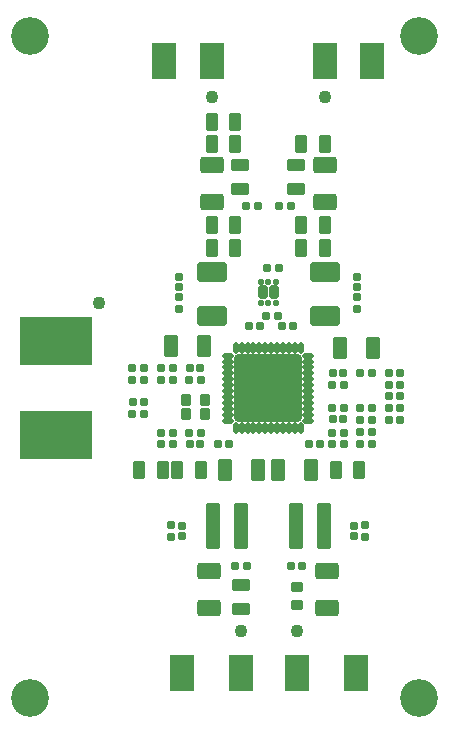
<source format=gts>
G04*
G04 #@! TF.GenerationSoftware,Altium Limited,Altium Designer,21.2.1 (34)*
G04*
G04 Layer_Color=8388736*
%FSTAX24Y24*%
%MOIN*%
G70*
G04*
G04 #@! TF.SameCoordinates,7A998B52-B5E4-4745-A7E4-E824AC8E6B76*
G04*
G04*
G04 #@! TF.FilePolarity,Negative*
G04*
G01*
G75*
G04:AMPARAMS|DCode=31|XSize=45.3mil|YSize=74.8mil|CornerRadius=6.1mil|HoleSize=0mil|Usage=FLASHONLY|Rotation=0.000|XOffset=0mil|YOffset=0mil|HoleType=Round|Shape=RoundedRectangle|*
%AMROUNDEDRECTD31*
21,1,0.0453,0.0626,0,0,0.0*
21,1,0.0331,0.0748,0,0,0.0*
1,1,0.0122,0.0165,-0.0313*
1,1,0.0122,-0.0165,-0.0313*
1,1,0.0122,-0.0165,0.0313*
1,1,0.0122,0.0165,0.0313*
%
%ADD31ROUNDEDRECTD31*%
G04:AMPARAMS|DCode=32|XSize=41.3mil|YSize=35.4mil|CornerRadius=5.1mil|HoleSize=0mil|Usage=FLASHONLY|Rotation=0.000|XOffset=0mil|YOffset=0mil|HoleType=Round|Shape=RoundedRectangle|*
%AMROUNDEDRECTD32*
21,1,0.0413,0.0252,0,0,0.0*
21,1,0.0311,0.0354,0,0,0.0*
1,1,0.0102,0.0156,-0.0126*
1,1,0.0102,-0.0156,-0.0126*
1,1,0.0102,-0.0156,0.0126*
1,1,0.0102,0.0156,0.0126*
%
%ADD32ROUNDEDRECTD32*%
G04:AMPARAMS|DCode=33|XSize=59.1mil|YSize=39.4mil|CornerRadius=5.5mil|HoleSize=0mil|Usage=FLASHONLY|Rotation=90.000|XOffset=0mil|YOffset=0mil|HoleType=Round|Shape=RoundedRectangle|*
%AMROUNDEDRECTD33*
21,1,0.0591,0.0283,0,0,90.0*
21,1,0.0480,0.0394,0,0,90.0*
1,1,0.0110,0.0142,0.0240*
1,1,0.0110,0.0142,-0.0240*
1,1,0.0110,-0.0142,-0.0240*
1,1,0.0110,-0.0142,0.0240*
%
%ADD33ROUNDEDRECTD33*%
G04:AMPARAMS|DCode=34|XSize=27.6mil|YSize=23.6mil|CornerRadius=4.9mil|HoleSize=0mil|Usage=FLASHONLY|Rotation=0.000|XOffset=0mil|YOffset=0mil|HoleType=Round|Shape=RoundedRectangle|*
%AMROUNDEDRECTD34*
21,1,0.0276,0.0138,0,0,0.0*
21,1,0.0177,0.0236,0,0,0.0*
1,1,0.0098,0.0089,-0.0069*
1,1,0.0098,-0.0089,-0.0069*
1,1,0.0098,-0.0089,0.0069*
1,1,0.0098,0.0089,0.0069*
%
%ADD34ROUNDEDRECTD34*%
G04:AMPARAMS|DCode=35|XSize=78.9mil|YSize=53.3mil|CornerRadius=8.5mil|HoleSize=0mil|Usage=FLASHONLY|Rotation=0.000|XOffset=0mil|YOffset=0mil|HoleType=Round|Shape=RoundedRectangle|*
%AMROUNDEDRECTD35*
21,1,0.0789,0.0362,0,0,0.0*
21,1,0.0618,0.0533,0,0,0.0*
1,1,0.0171,0.0309,-0.0181*
1,1,0.0171,-0.0309,-0.0181*
1,1,0.0171,-0.0309,0.0181*
1,1,0.0171,0.0309,0.0181*
%
%ADD35ROUNDEDRECTD35*%
G04:AMPARAMS|DCode=36|XSize=100.5mil|YSize=65.1mil|CornerRadius=8.9mil|HoleSize=0mil|Usage=FLASHONLY|Rotation=180.000|XOffset=0mil|YOffset=0mil|HoleType=Round|Shape=RoundedRectangle|*
%AMROUNDEDRECTD36*
21,1,0.1005,0.0472,0,0,180.0*
21,1,0.0827,0.0651,0,0,180.0*
1,1,0.0178,-0.0413,0.0236*
1,1,0.0178,0.0413,0.0236*
1,1,0.0178,0.0413,-0.0236*
1,1,0.0178,-0.0413,-0.0236*
%
%ADD36ROUNDEDRECTD36*%
G04:AMPARAMS|DCode=37|XSize=46.6mil|YSize=153.7mil|CornerRadius=7.9mil|HoleSize=0mil|Usage=FLASHONLY|Rotation=0.000|XOffset=0mil|YOffset=0mil|HoleType=Round|Shape=RoundedRectangle|*
%AMROUNDEDRECTD37*
21,1,0.0466,0.1380,0,0,0.0*
21,1,0.0309,0.1537,0,0,0.0*
1,1,0.0157,0.0154,-0.0690*
1,1,0.0157,-0.0154,-0.0690*
1,1,0.0157,-0.0154,0.0690*
1,1,0.0157,0.0154,0.0690*
%
%ADD37ROUNDEDRECTD37*%
G04:AMPARAMS|DCode=38|XSize=17.8mil|YSize=18.8mil|CornerRadius=4.2mil|HoleSize=0mil|Usage=FLASHONLY|Rotation=180.000|XOffset=0mil|YOffset=0mil|HoleType=Round|Shape=RoundedRectangle|*
%AMROUNDEDRECTD38*
21,1,0.0178,0.0104,0,0,180.0*
21,1,0.0094,0.0188,0,0,180.0*
1,1,0.0084,-0.0047,0.0052*
1,1,0.0084,0.0047,0.0052*
1,1,0.0084,0.0047,-0.0052*
1,1,0.0084,-0.0047,-0.0052*
%
%ADD38ROUNDEDRECTD38*%
G04:AMPARAMS|DCode=39|XSize=30.1mil|YSize=43.4mil|CornerRadius=5.4mil|HoleSize=0mil|Usage=FLASHONLY|Rotation=180.000|XOffset=0mil|YOffset=0mil|HoleType=Round|Shape=RoundedRectangle|*
%AMROUNDEDRECTD39*
21,1,0.0301,0.0326,0,0,180.0*
21,1,0.0193,0.0434,0,0,180.0*
1,1,0.0108,-0.0097,0.0163*
1,1,0.0108,0.0097,0.0163*
1,1,0.0108,0.0097,-0.0163*
1,1,0.0108,-0.0097,-0.0163*
%
%ADD39ROUNDEDRECTD39*%
G04:AMPARAMS|DCode=40|XSize=27.6mil|YSize=23.6mil|CornerRadius=3.9mil|HoleSize=0mil|Usage=FLASHONLY|Rotation=270.000|XOffset=0mil|YOffset=0mil|HoleType=Round|Shape=RoundedRectangle|*
%AMROUNDEDRECTD40*
21,1,0.0276,0.0157,0,0,270.0*
21,1,0.0197,0.0236,0,0,270.0*
1,1,0.0079,-0.0079,-0.0098*
1,1,0.0079,-0.0079,0.0098*
1,1,0.0079,0.0079,0.0098*
1,1,0.0079,0.0079,-0.0098*
%
%ADD40ROUNDEDRECTD40*%
%ADD41C,0.0433*%
G04:AMPARAMS|DCode=42|XSize=226.5mil|YSize=226.5mil|CornerRadius=14mil|HoleSize=0mil|Usage=FLASHONLY|Rotation=90.000|XOffset=0mil|YOffset=0mil|HoleType=Round|Shape=RoundedRectangle|*
%AMROUNDEDRECTD42*
21,1,0.2265,0.1984,0,0,90.0*
21,1,0.1984,0.2265,0,0,90.0*
1,1,0.0280,0.0992,0.0992*
1,1,0.0280,0.0992,-0.0992*
1,1,0.0280,-0.0992,-0.0992*
1,1,0.0280,-0.0992,0.0992*
%
%ADD42ROUNDEDRECTD42*%
G04:AMPARAMS|DCode=43|XSize=17.8mil|YSize=37.5mil|CornerRadius=6mil|HoleSize=0mil|Usage=FLASHONLY|Rotation=90.000|XOffset=0mil|YOffset=0mil|HoleType=Round|Shape=RoundedRectangle|*
%AMROUNDEDRECTD43*
21,1,0.0178,0.0256,0,0,90.0*
21,1,0.0059,0.0375,0,0,90.0*
1,1,0.0119,0.0128,0.0030*
1,1,0.0119,0.0128,-0.0030*
1,1,0.0119,-0.0128,-0.0030*
1,1,0.0119,-0.0128,0.0030*
%
%ADD43ROUNDEDRECTD43*%
G04:AMPARAMS|DCode=44|XSize=17.8mil|YSize=37.5mil|CornerRadius=6mil|HoleSize=0mil|Usage=FLASHONLY|Rotation=180.000|XOffset=0mil|YOffset=0mil|HoleType=Round|Shape=RoundedRectangle|*
%AMROUNDEDRECTD44*
21,1,0.0178,0.0256,0,0,180.0*
21,1,0.0059,0.0375,0,0,180.0*
1,1,0.0119,-0.0030,0.0128*
1,1,0.0119,0.0030,0.0128*
1,1,0.0119,0.0030,-0.0128*
1,1,0.0119,-0.0030,-0.0128*
%
%ADD44ROUNDEDRECTD44*%
%ADD45R,0.2402X0.1614*%
%ADD46R,0.0827X0.1220*%
G04:AMPARAMS|DCode=47|XSize=59.1mil|YSize=39.4mil|CornerRadius=5.5mil|HoleSize=0mil|Usage=FLASHONLY|Rotation=180.000|XOffset=0mil|YOffset=0mil|HoleType=Round|Shape=RoundedRectangle|*
%AMROUNDEDRECTD47*
21,1,0.0591,0.0283,0,0,180.0*
21,1,0.0480,0.0394,0,0,180.0*
1,1,0.0110,-0.0240,0.0142*
1,1,0.0110,0.0240,0.0142*
1,1,0.0110,0.0240,-0.0142*
1,1,0.0110,-0.0240,-0.0142*
%
%ADD47ROUNDEDRECTD47*%
G04:AMPARAMS|DCode=48|XSize=27.6mil|YSize=23.6mil|CornerRadius=3.9mil|HoleSize=0mil|Usage=FLASHONLY|Rotation=180.000|XOffset=0mil|YOffset=0mil|HoleType=Round|Shape=RoundedRectangle|*
%AMROUNDEDRECTD48*
21,1,0.0276,0.0157,0,0,180.0*
21,1,0.0197,0.0236,0,0,180.0*
1,1,0.0079,-0.0098,0.0079*
1,1,0.0079,0.0098,0.0079*
1,1,0.0079,0.0098,-0.0079*
1,1,0.0079,-0.0098,-0.0079*
%
%ADD48ROUNDEDRECTD48*%
G04:AMPARAMS|DCode=49|XSize=27.6mil|YSize=23.6mil|CornerRadius=4.9mil|HoleSize=0mil|Usage=FLASHONLY|Rotation=270.000|XOffset=0mil|YOffset=0mil|HoleType=Round|Shape=RoundedRectangle|*
%AMROUNDEDRECTD49*
21,1,0.0276,0.0138,0,0,270.0*
21,1,0.0177,0.0236,0,0,270.0*
1,1,0.0098,-0.0069,-0.0089*
1,1,0.0098,-0.0069,0.0089*
1,1,0.0098,0.0069,0.0089*
1,1,0.0098,0.0069,-0.0089*
%
%ADD49ROUNDEDRECTD49*%
G04:AMPARAMS|DCode=50|XSize=41.3mil|YSize=35.4mil|CornerRadius=5.1mil|HoleSize=0mil|Usage=FLASHONLY|Rotation=270.000|XOffset=0mil|YOffset=0mil|HoleType=Round|Shape=RoundedRectangle|*
%AMROUNDEDRECTD50*
21,1,0.0413,0.0252,0,0,270.0*
21,1,0.0311,0.0354,0,0,270.0*
1,1,0.0102,-0.0126,-0.0156*
1,1,0.0102,-0.0126,0.0156*
1,1,0.0102,0.0126,0.0156*
1,1,0.0102,0.0126,-0.0156*
%
%ADD50ROUNDEDRECTD50*%
%ADD51C,0.1261*%
%ADD52C,0.0296*%
D31*
X254762Y260278D02*
D03*
X253659D02*
D03*
X256514D02*
D03*
X255411D02*
D03*
X258571Y264333D02*
D03*
X257468D02*
D03*
X251858Y264412D02*
D03*
X25296D02*
D03*
D32*
X256031Y255751D02*
D03*
Y256381D02*
D03*
D33*
X257331Y260278D02*
D03*
X258118D02*
D03*
X251573D02*
D03*
X250785D02*
D03*
X252055D02*
D03*
X252842D02*
D03*
X25697Y268448D02*
D03*
X256183D02*
D03*
X256976Y26766D02*
D03*
X256189D02*
D03*
X256976Y271135D02*
D03*
X256189D02*
D03*
X253197D02*
D03*
X253984D02*
D03*
X253197Y271853D02*
D03*
X253984D02*
D03*
X253197Y268448D02*
D03*
X253984D02*
D03*
X253197Y26766D02*
D03*
X253984D02*
D03*
D34*
X25796Y258054D02*
D03*
Y258408D02*
D03*
X252212D02*
D03*
Y258054D02*
D03*
X258059Y266715D02*
D03*
Y266361D02*
D03*
X252114Y266715D02*
D03*
Y266361D02*
D03*
D35*
X257055Y25567D02*
D03*
Y25691D02*
D03*
X253118D02*
D03*
Y25567D02*
D03*
X256976Y269186D02*
D03*
Y270426D02*
D03*
X253197Y269186D02*
D03*
Y270426D02*
D03*
D36*
X256976Y266873D02*
D03*
Y265416D02*
D03*
X253197D02*
D03*
Y266873D02*
D03*
D37*
X255998Y258389D02*
D03*
X256931D02*
D03*
X253242D02*
D03*
X254175D02*
D03*
D38*
X254831Y265825D02*
D03*
X255086D02*
D03*
X255342D02*
D03*
X254831Y266543D02*
D03*
X255086D02*
D03*
X255342D02*
D03*
D39*
X254903Y266184D02*
D03*
X25527D02*
D03*
D40*
X258157Y261932D02*
D03*
X258551D02*
D03*
X255834Y25705D02*
D03*
X256228D02*
D03*
X257212Y262326D02*
D03*
X257606D02*
D03*
X252842Y261499D02*
D03*
X252449D02*
D03*
X259102Y263113D02*
D03*
X259496D02*
D03*
X251897Y261145D02*
D03*
X251504D02*
D03*
X259496Y262719D02*
D03*
X259102D02*
D03*
X254378Y25705D02*
D03*
X253984D02*
D03*
X255441Y269058D02*
D03*
X255835D02*
D03*
X254732D02*
D03*
X254338D02*
D03*
X258551Y261538D02*
D03*
X258157D02*
D03*
X255047Y266984D02*
D03*
X255441D02*
D03*
X258157Y263507D02*
D03*
X258551D02*
D03*
X255008Y265416D02*
D03*
X255401D02*
D03*
X257212Y261145D02*
D03*
X257606D02*
D03*
X259102Y261932D02*
D03*
X259496D02*
D03*
X251504Y263664D02*
D03*
X251897D02*
D03*
X258157Y262326D02*
D03*
X258551D02*
D03*
X257212Y261499D02*
D03*
X257606D02*
D03*
X251897D02*
D03*
X251504D02*
D03*
X259102Y263507D02*
D03*
X259496D02*
D03*
X257212Y263113D02*
D03*
X257606D02*
D03*
X259102Y262326D02*
D03*
X259496D02*
D03*
X251897Y26327D02*
D03*
X251504D02*
D03*
X252842D02*
D03*
X252449D02*
D03*
X250565Y262522D02*
D03*
X250958D02*
D03*
X258551Y261145D02*
D03*
X258157D02*
D03*
X250559Y262129D02*
D03*
X250953D02*
D03*
X250559Y263664D02*
D03*
X250953D02*
D03*
X250559Y26327D02*
D03*
X250953D02*
D03*
D41*
X256031Y254885D02*
D03*
X249437Y265849D02*
D03*
X256976Y272709D02*
D03*
X254181Y254885D02*
D03*
X253197Y272709D02*
D03*
D42*
X255086Y262995D02*
D03*
D43*
X253748Y261912D02*
D03*
Y262109D02*
D03*
Y262306D02*
D03*
Y262503D02*
D03*
Y2627D02*
D03*
Y262896D02*
D03*
Y263093D02*
D03*
Y26329D02*
D03*
Y263487D02*
D03*
Y263684D02*
D03*
Y263881D02*
D03*
Y264078D02*
D03*
X256425D02*
D03*
Y263881D02*
D03*
Y263684D02*
D03*
Y263487D02*
D03*
Y26329D02*
D03*
Y263093D02*
D03*
Y262896D02*
D03*
Y2627D02*
D03*
Y262503D02*
D03*
Y262306D02*
D03*
Y262109D02*
D03*
Y261912D02*
D03*
D44*
X254004Y264333D02*
D03*
X254201D02*
D03*
X254397D02*
D03*
X254594D02*
D03*
X254791D02*
D03*
X254988D02*
D03*
X255185D02*
D03*
X255382D02*
D03*
X255579D02*
D03*
X255775D02*
D03*
X255972D02*
D03*
X256169D02*
D03*
Y261656D02*
D03*
X255972D02*
D03*
X255775D02*
D03*
X255579D02*
D03*
X255382D02*
D03*
X255185D02*
D03*
X254988D02*
D03*
X254791D02*
D03*
X254594D02*
D03*
X254397D02*
D03*
X254201D02*
D03*
X254004D02*
D03*
D45*
X248Y26142D02*
D03*
X248Y26457D02*
D03*
D46*
X258Y253507D02*
D03*
X256976Y273891D02*
D03*
X256031Y253507D02*
D03*
X252212D02*
D03*
X254181D02*
D03*
X258551Y273891D02*
D03*
X251622D02*
D03*
X253197D02*
D03*
D47*
X254161Y269648D02*
D03*
Y270436D02*
D03*
X254181Y255633D02*
D03*
Y25642D02*
D03*
X256012Y270436D02*
D03*
Y269648D02*
D03*
D48*
X258315Y258034D02*
D03*
Y258428D02*
D03*
X251858Y258034D02*
D03*
Y258428D02*
D03*
X258059Y265633D02*
D03*
Y266026D02*
D03*
X252114Y266026D02*
D03*
Y265633D02*
D03*
D49*
X257586Y261971D02*
D03*
X257232D02*
D03*
X252468Y261145D02*
D03*
X252823D02*
D03*
X257586Y263507D02*
D03*
X257232D02*
D03*
X252468Y263664D02*
D03*
X252823D02*
D03*
X256799Y261145D02*
D03*
X256445D02*
D03*
X253413D02*
D03*
X253768D02*
D03*
X255913Y265082D02*
D03*
X255559D02*
D03*
X254457D02*
D03*
X254811D02*
D03*
D50*
X25298Y262601D02*
D03*
X25235D02*
D03*
X25298Y262129D02*
D03*
X25235D02*
D03*
D51*
X247134Y274727D02*
D03*
X260126D02*
D03*
Y25268D02*
D03*
X247134Y25268D02*
D03*
D52*
X255953Y263861D02*
D03*
Y263428D02*
D03*
Y262995D02*
D03*
Y262562D02*
D03*
Y262129D02*
D03*
X25552Y263861D02*
D03*
Y263428D02*
D03*
Y262995D02*
D03*
Y262562D02*
D03*
Y262129D02*
D03*
X255086Y263861D02*
D03*
Y263428D02*
D03*
Y262995D02*
D03*
Y262562D02*
D03*
Y262129D02*
D03*
X254653Y263861D02*
D03*
Y263428D02*
D03*
Y262995D02*
D03*
Y262562D02*
D03*
Y262129D02*
D03*
X25422Y263861D02*
D03*
Y263428D02*
D03*
Y262995D02*
D03*
Y262562D02*
D03*
Y262129D02*
D03*
M02*

</source>
